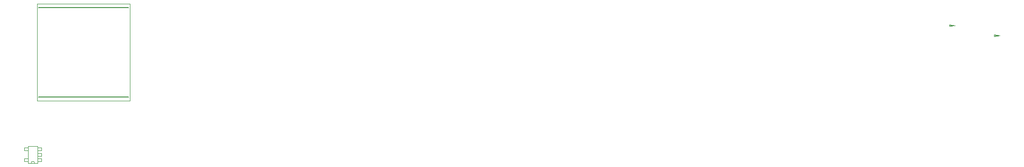
<source format=gm1>
G04 Layer_Color=16711935*
%FSLAX25Y25*%
%MOIN*%
G70*
G01*
G75*
%ADD40C,0.00787*%
%ADD52C,0.00000*%
%ADD53C,0.00197*%
%ADD54C,0.00050*%
D40*
X164173Y172835D02*
X227165D01*
X164173Y109843D02*
X227165D01*
D52*
X161436Y63291D02*
G03*
X159036Y63291I-1200J0D01*
G01*
X154236Y64591D02*
X156836D01*
X154236D02*
Y66491D01*
X156836D01*
Y64591D02*
Y66491D01*
Y63291D02*
Y64591D01*
X154236Y72091D02*
X156836D01*
X154236D02*
Y73991D01*
X156836D01*
X163636D02*
X166236D01*
Y72091D02*
Y73991D01*
X163636Y72091D02*
X166236D01*
X163636D02*
Y73991D01*
Y75291D01*
Y70291D02*
X166236D01*
Y68291D02*
Y70291D01*
X163636Y68291D02*
X166236D01*
X163636Y66491D02*
X166236D01*
Y64591D02*
Y66491D01*
X163636Y64591D02*
X166236D01*
X163636Y70291D02*
Y72091D01*
Y68291D02*
Y70291D01*
Y66491D02*
Y68291D01*
Y64591D02*
Y66491D01*
Y63291D02*
Y64591D01*
X161436Y63291D02*
X163636D01*
X159036D02*
X161436D01*
X156836D02*
X159036D01*
X156836Y66491D02*
Y72091D01*
Y73991D01*
Y75291D01*
X163636D01*
D53*
X163189Y107283D02*
Y175394D01*
X228150D01*
Y107283D02*
Y175394D01*
X163189Y107283D02*
X228150D01*
D54*
X833584Y153085D02*
X837521D01*
X833584Y152495D02*
X837521Y153085D01*
X833584Y153676D02*
X837521Y153085D01*
X833584Y152495D02*
Y153676D01*
Y152495D02*
X837521Y153085D01*
X833584Y153676D02*
X837521Y153085D01*
X833584Y152495D02*
Y153676D01*
X802260Y160243D02*
X806197D01*
X802260Y159652D02*
X806197Y160243D01*
X802260Y160833D02*
X806197Y160243D01*
X802260Y159652D02*
Y160833D01*
Y159652D02*
X806197Y160243D01*
X802260Y160833D02*
X806197Y160243D01*
X802260Y159652D02*
Y160833D01*
M02*

</source>
